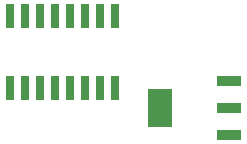
<source format=gbr>
G04 EAGLE Gerber RS-274X export*
G75*
%MOMM*%
%FSLAX34Y34*%
%LPD*%
%INSolderpaste Bottom*%
%IPPOS*%
%AMOC8*
5,1,8,0,0,1.08239X$1,22.5*%
G01*
%ADD10R,2.150000X0.950000*%
%ADD11R,2.150000X3.250000*%
%ADD12R,0.660400X2.032000*%


D10*
X643680Y94120D03*
X643680Y71120D03*
X643680Y48120D03*
D11*
X585680Y71120D03*
D12*
X458470Y149098D03*
X458470Y87630D03*
X471170Y149098D03*
X483870Y149098D03*
X471170Y87630D03*
X483870Y87630D03*
X496570Y149098D03*
X496570Y87630D03*
X509270Y149098D03*
X509270Y87630D03*
X521970Y149098D03*
X534670Y149098D03*
X521970Y87630D03*
X534670Y87630D03*
X547370Y149098D03*
X547370Y87630D03*
M02*

</source>
